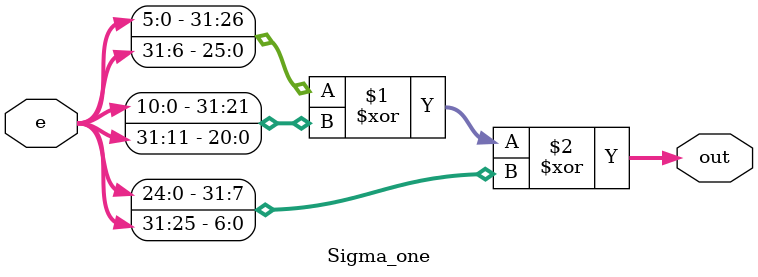
<source format=v>
module Sigma_one ( input   [31:0] e  ,
            output  [31:0] out );


// Rotation right by 6 , 11 and 25 

assign out = { e[5:0] , e[31:6] } ^ { e[10:0] , e[31:11] } ^ { e[24:0] , e[31:25] } ;

endmodule 
</source>
